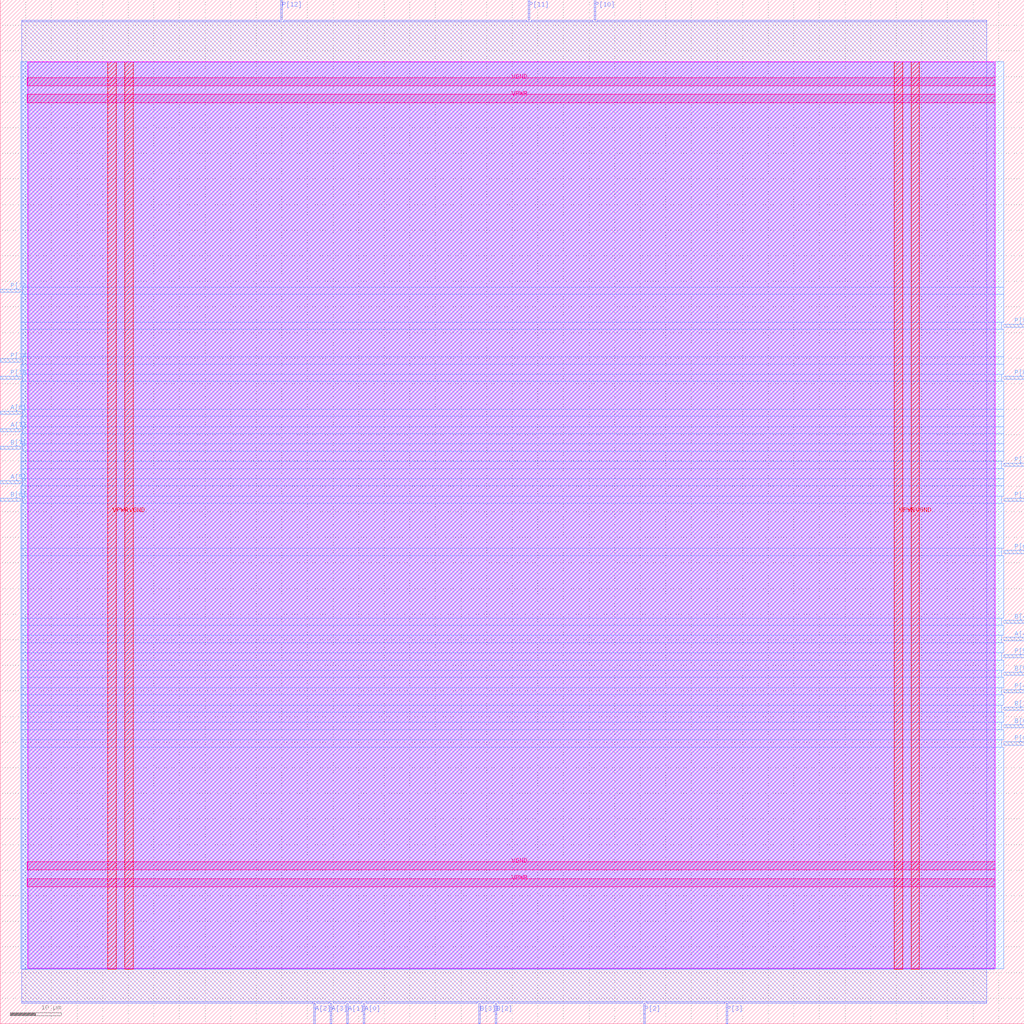
<source format=lef>
VERSION 5.7 ;
  NOWIREEXTENSIONATPIN ON ;
  DIVIDERCHAR "/" ;
  BUSBITCHARS "[]" ;
MACRO mult8_2bits_1op_e17301
  CLASS BLOCK ;
  FOREIGN mult8_2bits_1op_e17301 ;
  ORIGIN 0.000 0.000 ;
  SIZE 200.000 BY 200.000 ;
  PIN A[0]
    DIRECTION INPUT ;
    USE SIGNAL ;
    ANTENNAGATEAREA 0.247500 ;
    PORT
      LAYER met2 ;
        RECT 70.930 0.000 71.210 4.000 ;
    END
  END A[0]
  PIN A[1]
    DIRECTION INPUT ;
    USE SIGNAL ;
    ANTENNAGATEAREA 0.159000 ;
    PORT
      LAYER met2 ;
        RECT 67.710 0.000 67.990 4.000 ;
    END
  END A[1]
  PIN A[2]
    DIRECTION INPUT ;
    USE SIGNAL ;
    ANTENNAGATEAREA 0.196500 ;
    PORT
      LAYER met2 ;
        RECT 61.270 0.000 61.550 4.000 ;
    END
  END A[2]
  PIN A[3]
    DIRECTION INPUT ;
    USE SIGNAL ;
    ANTENNAGATEAREA 0.159000 ;
    PORT
      LAYER met2 ;
        RECT 64.490 0.000 64.770 4.000 ;
    END
  END A[3]
  PIN A[4]
    DIRECTION INPUT ;
    USE SIGNAL ;
    ANTENNAGATEAREA 0.196500 ;
    PORT
      LAYER met3 ;
        RECT 196.000 74.840 200.000 75.440 ;
    END
  END A[4]
  PIN A[5]
    DIRECTION INPUT ;
    USE SIGNAL ;
    ANTENNAGATEAREA 0.213000 ;
    PORT
      LAYER met3 ;
        RECT 0.000 105.440 4.000 106.040 ;
    END
  END A[5]
  PIN A[6]
    DIRECTION INPUT ;
    USE SIGNAL ;
    ANTENNAGATEAREA 0.196500 ;
    PORT
      LAYER met3 ;
        RECT 0.000 119.040 4.000 119.640 ;
    END
  END A[6]
  PIN A[7]
    DIRECTION INPUT ;
    USE SIGNAL ;
    ANTENNAGATEAREA 0.159000 ;
    PORT
      LAYER met3 ;
        RECT 0.000 115.640 4.000 116.240 ;
    END
  END A[7]
  PIN B[0]
    DIRECTION INPUT ;
    USE SIGNAL ;
    ANTENNAGATEAREA 0.213000 ;
    PORT
      LAYER met3 ;
        RECT 196.000 57.840 200.000 58.440 ;
    END
  END B[0]
  PIN B[1]
    DIRECTION INPUT ;
    USE SIGNAL ;
    ANTENNAGATEAREA 0.495000 ;
    PORT
      LAYER met3 ;
        RECT 196.000 61.240 200.000 61.840 ;
    END
  END B[1]
  PIN B[2]
    DIRECTION INPUT ;
    USE SIGNAL ;
    ANTENNAGATEAREA 0.213000 ;
    PORT
      LAYER met2 ;
        RECT 96.690 0.000 96.970 4.000 ;
    END
  END B[2]
  PIN B[3]
    DIRECTION INPUT ;
    USE SIGNAL ;
    ANTENNAGATEAREA 0.196500 ;
    PORT
      LAYER met2 ;
        RECT 93.470 0.000 93.750 4.000 ;
    END
  END B[3]
  PIN B[4]
    DIRECTION INPUT ;
    USE SIGNAL ;
    ANTENNAGATEAREA 0.213000 ;
    PORT
      LAYER met3 ;
        RECT 196.000 78.240 200.000 78.840 ;
    END
  END B[4]
  PIN B[5]
    DIRECTION INPUT ;
    USE SIGNAL ;
    ANTENNAGATEAREA 0.495000 ;
    PORT
      LAYER met3 ;
        RECT 196.000 68.040 200.000 68.640 ;
    END
  END B[5]
  PIN B[6]
    DIRECTION INPUT ;
    USE SIGNAL ;
    ANTENNAGATEAREA 0.213000 ;
    PORT
      LAYER met3 ;
        RECT 0.000 102.040 4.000 102.640 ;
    END
  END B[6]
  PIN B[7]
    DIRECTION INPUT ;
    USE SIGNAL ;
    ANTENNAGATEAREA 0.196500 ;
    PORT
      LAYER met3 ;
        RECT 0.000 112.240 4.000 112.840 ;
    END
  END B[7]
  PIN P[0]
    DIRECTION OUTPUT ;
    USE SIGNAL ;
    ANTENNADIFFAREA 0.445500 ;
    PORT
      LAYER met3 ;
        RECT 196.000 54.440 200.000 55.040 ;
    END
  END P[0]
  PIN P[10]
    DIRECTION OUTPUT ;
    USE SIGNAL ;
    ANTENNADIFFAREA 1.336500 ;
    PORT
      LAYER met2 ;
        RECT 116.010 196.000 116.290 200.000 ;
    END
  END P[10]
  PIN P[11]
    DIRECTION OUTPUT ;
    USE SIGNAL ;
    ANTENNADIFFAREA 1.336500 ;
    PORT
      LAYER met2 ;
        RECT 103.130 196.000 103.410 200.000 ;
    END
  END P[11]
  PIN P[12]
    DIRECTION OUTPUT ;
    USE SIGNAL ;
    ANTENNADIFFAREA 1.336500 ;
    PORT
      LAYER met2 ;
        RECT 54.830 196.000 55.110 200.000 ;
    END
  END P[12]
  PIN P[13]
    DIRECTION OUTPUT ;
    USE SIGNAL ;
    ANTENNADIFFAREA 1.336500 ;
    PORT
      LAYER met3 ;
        RECT 0.000 142.840 4.000 143.440 ;
    END
  END P[13]
  PIN P[14]
    DIRECTION OUTPUT ;
    USE SIGNAL ;
    ANTENNADIFFAREA 1.336500 ;
    PORT
      LAYER met3 ;
        RECT 0.000 129.240 4.000 129.840 ;
    END
  END P[14]
  PIN P[15]
    DIRECTION OUTPUT ;
    USE SIGNAL ;
    ANTENNADIFFAREA 1.336500 ;
    PORT
      LAYER met3 ;
        RECT 0.000 125.840 4.000 126.440 ;
    END
  END P[15]
  PIN P[1]
    DIRECTION OUTPUT ;
    USE SIGNAL ;
    ANTENNADIFFAREA 0.445500 ;
    PORT
      LAYER met3 ;
        RECT 196.000 102.040 200.000 102.640 ;
    END
  END P[1]
  PIN P[2]
    DIRECTION OUTPUT ;
    USE SIGNAL ;
    ANTENNADIFFAREA 0.445500 ;
    PORT
      LAYER met2 ;
        RECT 125.670 0.000 125.950 4.000 ;
    END
  END P[2]
  PIN P[3]
    DIRECTION OUTPUT ;
    USE SIGNAL ;
    ANTENNADIFFAREA 0.445500 ;
    PORT
      LAYER met2 ;
        RECT 141.770 0.000 142.050 4.000 ;
    END
  END P[3]
  PIN P[4]
    DIRECTION OUTPUT ;
    USE SIGNAL ;
    ANTENNADIFFAREA 0.445500 ;
    PORT
      LAYER met3 ;
        RECT 196.000 64.640 200.000 65.240 ;
    END
  END P[4]
  PIN P[5]
    DIRECTION OUTPUT ;
    USE SIGNAL ;
    ANTENNADIFFAREA 0.445500 ;
    PORT
      LAYER met3 ;
        RECT 196.000 71.440 200.000 72.040 ;
    END
  END P[5]
  PIN P[6]
    DIRECTION OUTPUT ;
    USE SIGNAL ;
    ANTENNADIFFAREA 1.782000 ;
    PORT
      LAYER met3 ;
        RECT 196.000 91.840 200.000 92.440 ;
    END
  END P[6]
  PIN P[7]
    DIRECTION OUTPUT ;
    USE SIGNAL ;
    ANTENNADIFFAREA 1.782000 ;
    PORT
      LAYER met3 ;
        RECT 196.000 108.840 200.000 109.440 ;
    END
  END P[7]
  PIN P[8]
    DIRECTION OUTPUT ;
    USE SIGNAL ;
    ANTENNADIFFAREA 0.891000 ;
    PORT
      LAYER met3 ;
        RECT 196.000 125.840 200.000 126.440 ;
    END
  END P[8]
  PIN P[9]
    DIRECTION OUTPUT ;
    USE SIGNAL ;
    ANTENNADIFFAREA 1.336500 ;
    PORT
      LAYER met3 ;
        RECT 196.000 136.040 200.000 136.640 ;
    END
  END P[9]
  PIN VGND
    DIRECTION INOUT ;
    USE GROUND ;
    PORT
      LAYER met4 ;
        RECT 24.340 10.640 25.940 187.920 ;
    END
    PORT
      LAYER met4 ;
        RECT 177.940 10.640 179.540 187.920 ;
    END
    PORT
      LAYER met5 ;
        RECT 5.280 30.030 194.360 31.630 ;
    END
    PORT
      LAYER met5 ;
        RECT 5.280 183.210 194.360 184.810 ;
    END
  END VGND
  PIN VPWR
    DIRECTION INOUT ;
    USE POWER ;
    PORT
      LAYER met4 ;
        RECT 21.040 10.640 22.640 187.920 ;
    END
    PORT
      LAYER met4 ;
        RECT 174.640 10.640 176.240 187.920 ;
    END
    PORT
      LAYER met5 ;
        RECT 5.280 26.730 194.360 28.330 ;
    END
    PORT
      LAYER met5 ;
        RECT 5.280 179.910 194.360 181.510 ;
    END
  END VPWR
  OBS
      LAYER nwell ;
        RECT 5.330 10.795 194.310 187.870 ;
      LAYER li1 ;
        RECT 5.520 10.795 194.120 187.765 ;
      LAYER met1 ;
        RECT 4.210 10.640 194.120 187.920 ;
      LAYER met2 ;
        RECT 4.230 195.720 54.550 196.000 ;
        RECT 55.390 195.720 102.850 196.000 ;
        RECT 103.690 195.720 115.730 196.000 ;
        RECT 116.570 195.720 192.650 196.000 ;
        RECT 4.230 4.280 192.650 195.720 ;
        RECT 4.230 4.000 60.990 4.280 ;
        RECT 61.830 4.000 64.210 4.280 ;
        RECT 65.050 4.000 67.430 4.280 ;
        RECT 68.270 4.000 70.650 4.280 ;
        RECT 71.490 4.000 93.190 4.280 ;
        RECT 94.030 4.000 96.410 4.280 ;
        RECT 97.250 4.000 125.390 4.280 ;
        RECT 126.230 4.000 141.490 4.280 ;
        RECT 142.330 4.000 192.650 4.280 ;
      LAYER met3 ;
        RECT 3.990 143.840 196.000 187.845 ;
        RECT 4.400 142.440 196.000 143.840 ;
        RECT 3.990 137.040 196.000 142.440 ;
        RECT 3.990 135.640 195.600 137.040 ;
        RECT 3.990 130.240 196.000 135.640 ;
        RECT 4.400 128.840 196.000 130.240 ;
        RECT 3.990 126.840 196.000 128.840 ;
        RECT 4.400 125.440 195.600 126.840 ;
        RECT 3.990 120.040 196.000 125.440 ;
        RECT 4.400 118.640 196.000 120.040 ;
        RECT 3.990 116.640 196.000 118.640 ;
        RECT 4.400 115.240 196.000 116.640 ;
        RECT 3.990 113.240 196.000 115.240 ;
        RECT 4.400 111.840 196.000 113.240 ;
        RECT 3.990 109.840 196.000 111.840 ;
        RECT 3.990 108.440 195.600 109.840 ;
        RECT 3.990 106.440 196.000 108.440 ;
        RECT 4.400 105.040 196.000 106.440 ;
        RECT 3.990 103.040 196.000 105.040 ;
        RECT 4.400 101.640 195.600 103.040 ;
        RECT 3.990 92.840 196.000 101.640 ;
        RECT 3.990 91.440 195.600 92.840 ;
        RECT 3.990 79.240 196.000 91.440 ;
        RECT 3.990 77.840 195.600 79.240 ;
        RECT 3.990 75.840 196.000 77.840 ;
        RECT 3.990 74.440 195.600 75.840 ;
        RECT 3.990 72.440 196.000 74.440 ;
        RECT 3.990 71.040 195.600 72.440 ;
        RECT 3.990 69.040 196.000 71.040 ;
        RECT 3.990 67.640 195.600 69.040 ;
        RECT 3.990 65.640 196.000 67.640 ;
        RECT 3.990 64.240 195.600 65.640 ;
        RECT 3.990 62.240 196.000 64.240 ;
        RECT 3.990 60.840 195.600 62.240 ;
        RECT 3.990 58.840 196.000 60.840 ;
        RECT 3.990 57.440 195.600 58.840 ;
        RECT 3.990 55.440 196.000 57.440 ;
        RECT 3.990 54.040 195.600 55.440 ;
        RECT 3.990 10.715 196.000 54.040 ;
  END
END mult8_2bits_1op_e17301
END LIBRARY


</source>
